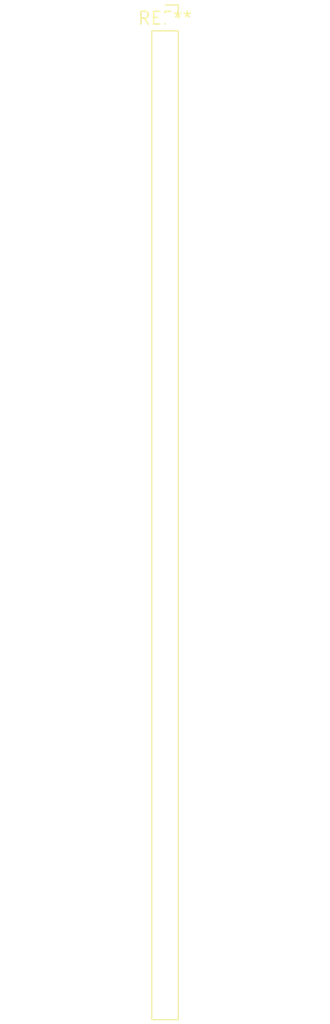
<source format=kicad_pcb>
(kicad_pcb (version 20240108) (generator pcbnew)
  (layers (0 "F.Cu" signal) (31 "B.Cu" signal) (34 "B.Paste" user) (35 "F.Paste" user) (36 "B.SilkS" user "B.Silkscreen") (37 "F.SilkS" user "F.Silkscreen") (38 "B.Mask" user) (39 "F.Mask" user) (44 "Edge.Cuts" user))
  (net 0 "")
  (footprint "PinSocket_1x40_P2.54mm_Vertical" (layer "F.Cu") (at 0 0)
    (property "Reference" "REF**")
    (property "Value" "PinSocket_1x40_P2.54mm_Vertical")
    (fp_line (start -1.33 1.27) (end -1.33 100.39) (layer "F.SilkS") (stroke (width 0.12)))
    (fp_line (start -1.33 1.27) (end 1.33 1.27) (layer "F.SilkS") (stroke (width 0.12)))
    (fp_line (start -1.33 100.39) (end 1.33 100.39) (layer "F.SilkS") (stroke (width 0.12)))
    (fp_line (start 0 -1.33) (end 1.33 -1.33) (layer "F.SilkS") (stroke (width 0.12)))
    (fp_line (start 1.33 -1.33) (end 1.33 0) (layer "F.SilkS") (stroke (width 0.12)))
    (fp_line (start 1.33 1.27) (end 1.33 100.39) (layer "F.SilkS") (stroke (width 0.12)))
    (pad "1" thru_hole rect (at 0 0) (size 1.7 1.7) (drill 1) (layers *.Cu *.Mask) (remove_unused_layers))
    (pad "2" thru_hole oval (at 0 2.54) (size 1.7 1.7) (drill 1) (layers *.Cu *.Mask) (remove_unused_layers))
    (pad "3" thru_hole oval (at 0 5.08) (size 1.7 1.7) (drill 1) (layers *.Cu *.Mask) (remove_unused_layers))
    (pad "4" thru_hole oval (at 0 7.62) (size 1.7 1.7) (drill 1) (layers *.Cu *.Mask) (remove_unused_layers))
    (pad "5" thru_hole oval (at 0 10.16) (size 1.7 1.7) (drill 1) (layers *.Cu *.Mask) (remove_unused_layers))
    (pad "6" thru_hole oval (at 0 12.7) (size 1.7 1.7) (drill 1) (layers *.Cu *.Mask) (remove_unused_layers))
    (pad "7" thru_hole oval (at 0 15.24) (size 1.7 1.7) (drill 1) (layers *.Cu *.Mask) (remove_unused_layers))
    (pad "8" thru_hole oval (at 0 17.78) (size 1.7 1.7) (drill 1) (layers *.Cu *.Mask) (remove_unused_layers))
    (pad "9" thru_hole oval (at 0 20.32) (size 1.7 1.7) (drill 1) (layers *.Cu *.Mask) (remove_unused_layers))
    (pad "10" thru_hole oval (at 0 22.86) (size 1.7 1.7) (drill 1) (layers *.Cu *.Mask) (remove_unused_layers))
    (pad "11" thru_hole oval (at 0 25.4) (size 1.7 1.7) (drill 1) (layers *.Cu *.Mask) (remove_unused_layers))
    (pad "12" thru_hole oval (at 0 27.94) (size 1.7 1.7) (drill 1) (layers *.Cu *.Mask) (remove_unused_layers))
    (pad "13" thru_hole oval (at 0 30.48) (size 1.7 1.7) (drill 1) (layers *.Cu *.Mask) (remove_unused_layers))
    (pad "14" thru_hole oval (at 0 33.02) (size 1.7 1.7) (drill 1) (layers *.Cu *.Mask) (remove_unused_layers))
    (pad "15" thru_hole oval (at 0 35.56) (size 1.7 1.7) (drill 1) (layers *.Cu *.Mask) (remove_unused_layers))
    (pad "16" thru_hole oval (at 0 38.1) (size 1.7 1.7) (drill 1) (layers *.Cu *.Mask) (remove_unused_layers))
    (pad "17" thru_hole oval (at 0 40.64) (size 1.7 1.7) (drill 1) (layers *.Cu *.Mask) (remove_unused_layers))
    (pad "18" thru_hole oval (at 0 43.18) (size 1.7 1.7) (drill 1) (layers *.Cu *.Mask) (remove_unused_layers))
    (pad "19" thru_hole oval (at 0 45.72) (size 1.7 1.7) (drill 1) (layers *.Cu *.Mask) (remove_unused_layers))
    (pad "20" thru_hole oval (at 0 48.26) (size 1.7 1.7) (drill 1) (layers *.Cu *.Mask) (remove_unused_layers))
    (pad "21" thru_hole oval (at 0 50.8) (size 1.7 1.7) (drill 1) (layers *.Cu *.Mask) (remove_unused_layers))
    (pad "22" thru_hole oval (at 0 53.34) (size 1.7 1.7) (drill 1) (layers *.Cu *.Mask) (remove_unused_layers))
    (pad "23" thru_hole oval (at 0 55.88) (size 1.7 1.7) (drill 1) (layers *.Cu *.Mask) (remove_unused_layers))
    (pad "24" thru_hole oval (at 0 58.42) (size 1.7 1.7) (drill 1) (layers *.Cu *.Mask) (remove_unused_layers))
    (pad "25" thru_hole oval (at 0 60.96) (size 1.7 1.7) (drill 1) (layers *.Cu *.Mask) (remove_unused_layers))
    (pad "26" thru_hole oval (at 0 63.5) (size 1.7 1.7) (drill 1) (layers *.Cu *.Mask) (remove_unused_layers))
    (pad "27" thru_hole oval (at 0 66.04) (size 1.7 1.7) (drill 1) (layers *.Cu *.Mask) (remove_unused_layers))
    (pad "28" thru_hole oval (at 0 68.58) (size 1.7 1.7) (drill 1) (layers *.Cu *.Mask) (remove_unused_layers))
    (pad "29" thru_hole oval (at 0 71.12) (size 1.7 1.7) (drill 1) (layers *.Cu *.Mask) (remove_unused_layers))
    (pad "30" thru_hole oval (at 0 73.66) (size 1.7 1.7) (drill 1) (layers *.Cu *.Mask) (remove_unused_layers))
    (pad "31" thru_hole oval (at 0 76.2) (size 1.7 1.7) (drill 1) (layers *.Cu *.Mask) (remove_unused_layers))
    (pad "32" thru_hole oval (at 0 78.74) (size 1.7 1.7) (drill 1) (layers *.Cu *.Mask) (remove_unused_layers))
    (pad "33" thru_hole oval (at 0 81.28) (size 1.7 1.7) (drill 1) (layers *.Cu *.Mask) (remove_unused_layers))
    (pad "34" thru_hole oval (at 0 83.82) (size 1.7 1.7) (drill 1) (layers *.Cu *.Mask) (remove_unused_layers))
    (pad "35" thru_hole oval (at 0 86.36) (size 1.7 1.7) (drill 1) (layers *.Cu *.Mask) (remove_unused_layers))
    (pad "36" thru_hole oval (at 0 88.9) (size 1.7 1.7) (drill 1) (layers *.Cu *.Mask) (remove_unused_layers))
    (pad "37" thru_hole oval (at 0 91.44) (size 1.7 1.7) (drill 1) (layers *.Cu *.Mask) (remove_unused_layers))
    (pad "38" thru_hole oval (at 0 93.98) (size 1.7 1.7) (drill 1) (layers *.Cu *.Mask) (remove_unused_layers))
    (pad "39" thru_hole oval (at 0 96.52) (size 1.7 1.7) (drill 1) (layers *.Cu *.Mask) (remove_unused_layers))
    (pad "40" thru_hole oval (at 0 99.06) (size 1.7 1.7) (drill 1) (layers *.Cu *.Mask) (remove_unused_layers))
  )
)
</source>
